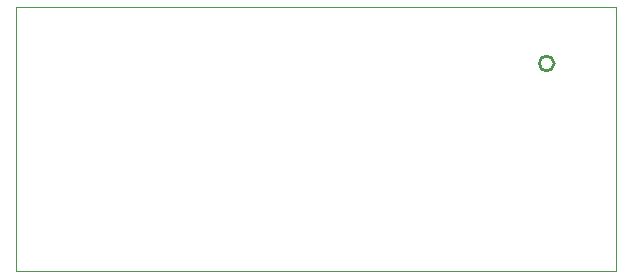
<source format=gko>
G04 Layer_Color=16711935*
%FSLAX25Y25*%
%MOIN*%
G70*
G01*
G75*
%ADD32C,0.01000*%
%ADD72C,0.00394*%
D32*
X179480Y69100D02*
G03*
X179480Y69100I-2480J0D01*
G01*
D72*
X200000Y0D02*
Y88000D01*
X0Y0D02*
X200000D01*
X0D02*
Y88000D01*
X200000D01*
M02*

</source>
